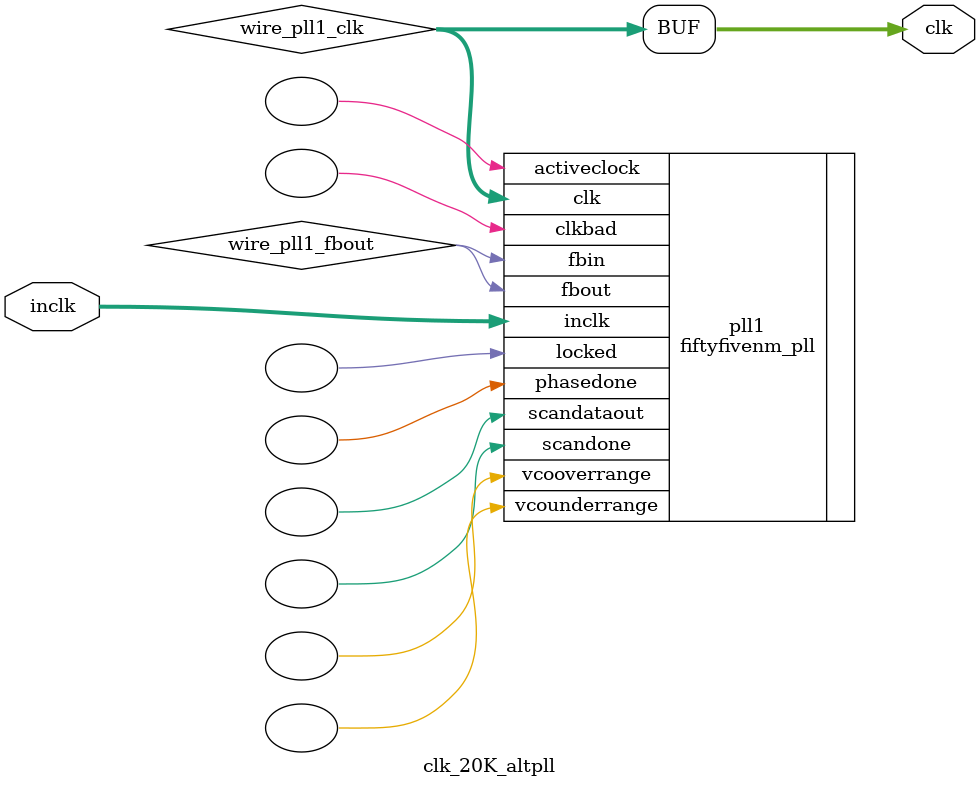
<source format=v>






//synthesis_resources = fiftyfivenm_pll 1 
//synopsys translate_off
`timescale 1 ps / 1 ps
//synopsys translate_on
module  clk_20K_altpll
	( 
	clk,
	inclk) /* synthesis synthesis_clearbox=1 */;
	output   [4:0]  clk;
	input   [1:0]  inclk;
`ifndef ALTERA_RESERVED_QIS
// synopsys translate_off
`endif
	tri0   [1:0]  inclk;
`ifndef ALTERA_RESERVED_QIS
// synopsys translate_on
`endif

	wire  [4:0]   wire_pll1_clk;
	wire  wire_pll1_fbout;

	fiftyfivenm_pll   pll1
	( 
	.activeclock(),
	.clk(wire_pll1_clk),
	.clkbad(),
	.fbin(wire_pll1_fbout),
	.fbout(wire_pll1_fbout),
	.inclk(inclk),
	.locked(),
	.phasedone(),
	.scandataout(),
	.scandone(),
	.vcooverrange(),
	.vcounderrange()
	`ifndef FORMAL_VERIFICATION
	// synopsys translate_off
	`endif
	,
	.areset(1'b0),
	.clkswitch(1'b0),
	.configupdate(1'b0),
	.pfdena(1'b1),
	.phasecounterselect({3{1'b0}}),
	.phasestep(1'b0),
	.phaseupdown(1'b0),
	.scanclk(1'b0),
	.scanclkena(1'b1),
	.scandata(1'b0)
	`ifndef FORMAL_VERIFICATION
	// synopsys translate_on
	`endif
	);
	defparam
		pll1.bandwidth_type = "auto",
		pll1.clk0_divide_by = 600,
		pll1.clk0_duty_cycle = 50,
		pll1.clk0_multiply_by = 1,
		pll1.clk0_phase_shift = "0",
		pll1.compensate_clock = "clk0",
		pll1.inclk0_input_frequency = 83333,
		pll1.operation_mode = "normal",
		pll1.pll_type = "auto",
		pll1.lpm_type = "fiftyfivenm_pll";
	assign
		clk = {wire_pll1_clk[4:0]};
endmodule //clk_20K_altpll
//VALID FILE

</source>
